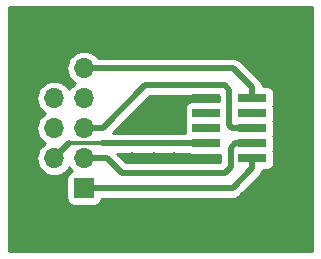
<source format=gbr>
G04 #@! TF.GenerationSoftware,KiCad,Pcbnew,(5.1.4)-1*
G04 #@! TF.CreationDate,2021-03-01T17:54:04+03:00*
G04 #@! TF.ProjectId,FPGA_Prog_Adapter,46504741-5f50-4726-9f67-5f4164617074,rev?*
G04 #@! TF.SameCoordinates,Original*
G04 #@! TF.FileFunction,Copper,L1,Top*
G04 #@! TF.FilePolarity,Positive*
%FSLAX46Y46*%
G04 Gerber Fmt 4.6, Leading zero omitted, Abs format (unit mm)*
G04 Created by KiCad (PCBNEW (5.1.4)-1) date 2021-03-01 17:54:04*
%MOMM*%
%LPD*%
G04 APERTURE LIST*
%ADD10R,2.400000X0.740000*%
%ADD11O,1.700000X1.700000*%
%ADD12R,1.700000X1.700000*%
%ADD13C,1.000000*%
%ADD14C,1.500000*%
%ADD15C,0.500000*%
%ADD16C,0.300000*%
%ADD17C,0.254000*%
G04 APERTURE END LIST*
D10*
X137260000Y-86450000D03*
X133360000Y-86450000D03*
X137260000Y-85180000D03*
X133360000Y-85180000D03*
X137260000Y-83910000D03*
X133360000Y-83910000D03*
X137260000Y-82640000D03*
X133360000Y-82640000D03*
X137260000Y-81370000D03*
X133360000Y-81370000D03*
D11*
X120460000Y-78840000D03*
X123000000Y-78840000D03*
X120460000Y-81380000D03*
X123000000Y-81380000D03*
X120460000Y-83920000D03*
X123000000Y-83920000D03*
X120460000Y-86460000D03*
X123000000Y-86460000D03*
X120460000Y-89000000D03*
D12*
X123000000Y-89000000D03*
D13*
X130600000Y-86400000D03*
D14*
X117974999Y-74974999D03*
X117974999Y-80974999D03*
X117974999Y-88974999D03*
X119974999Y-92974999D03*
X123974999Y-74974999D03*
X125974999Y-90974999D03*
X127974999Y-76974999D03*
X129974999Y-92974999D03*
X131974999Y-74974999D03*
X133974999Y-90974999D03*
X135974999Y-76974999D03*
X137974999Y-92974999D03*
X139974999Y-74974999D03*
X139974999Y-80974999D03*
X139974999Y-86974999D03*
D13*
X128900000Y-86400000D03*
X127100000Y-86400000D03*
X130600000Y-83800000D03*
X128900000Y-83800000D03*
X127100000Y-83800000D03*
X128900000Y-81700000D03*
X130600000Y-81700000D03*
D15*
X133360000Y-81370000D02*
X131130000Y-81370000D01*
X131130000Y-81370000D02*
X130600000Y-81900000D01*
X133360000Y-86450000D02*
X130650000Y-86450000D01*
X130650000Y-86450000D02*
X130600000Y-86500000D01*
X123000000Y-78840000D02*
X135640000Y-78840000D01*
X137260000Y-80460000D02*
X137260000Y-81370000D01*
X135640000Y-78840000D02*
X137260000Y-80460000D01*
X124580000Y-83920000D02*
X123000000Y-83920000D01*
X135560000Y-83910000D02*
X135300000Y-83650000D01*
X137260000Y-83910000D02*
X135560000Y-83910000D01*
X135300000Y-83650000D02*
X135300000Y-80700000D01*
X135300000Y-80700000D02*
X134900000Y-80300000D01*
X134900000Y-80300000D02*
X128200000Y-80300000D01*
X128200000Y-80300000D02*
X124580000Y-83920000D01*
X133360000Y-85180000D02*
X124480000Y-85180000D01*
X121309999Y-85610001D02*
X120460000Y-86460000D01*
D16*
X124480000Y-85180000D02*
X121740000Y-85180000D01*
D15*
X121740000Y-85180000D02*
X121309999Y-85610001D01*
X124960000Y-86460000D02*
X123000000Y-86460000D01*
X135820000Y-85180000D02*
X135400000Y-85600000D01*
X137260000Y-85180000D02*
X135820000Y-85180000D01*
X135400000Y-85600000D02*
X135400000Y-87200000D01*
X135400000Y-87200000D02*
X134900000Y-87700000D01*
X134900000Y-87700000D02*
X126200000Y-87700000D01*
X126200000Y-87700000D02*
X124960000Y-86460000D01*
X137260000Y-87320000D02*
X137260000Y-86450000D01*
X135580000Y-89000000D02*
X137260000Y-87320000D01*
X123000000Y-89000000D02*
X135580000Y-89000000D01*
D17*
G36*
X142340001Y-94340000D02*
G01*
X116660000Y-94340000D01*
X116660000Y-81380000D01*
X118967815Y-81380000D01*
X118996487Y-81671111D01*
X119081401Y-81951034D01*
X119219294Y-82209014D01*
X119404866Y-82435134D01*
X119630986Y-82620706D01*
X119685791Y-82650000D01*
X119630986Y-82679294D01*
X119404866Y-82864866D01*
X119219294Y-83090986D01*
X119081401Y-83348966D01*
X118996487Y-83628889D01*
X118967815Y-83920000D01*
X118996487Y-84211111D01*
X119081401Y-84491034D01*
X119219294Y-84749014D01*
X119404866Y-84975134D01*
X119630986Y-85160706D01*
X119685791Y-85190000D01*
X119630986Y-85219294D01*
X119404866Y-85404866D01*
X119219294Y-85630986D01*
X119081401Y-85888966D01*
X118996487Y-86168889D01*
X118967815Y-86460000D01*
X118996487Y-86751111D01*
X119081401Y-87031034D01*
X119219294Y-87289014D01*
X119404866Y-87515134D01*
X119630986Y-87700706D01*
X119888966Y-87838599D01*
X120168889Y-87923513D01*
X120387050Y-87945000D01*
X120532950Y-87945000D01*
X120751111Y-87923513D01*
X121031034Y-87838599D01*
X121289014Y-87700706D01*
X121515134Y-87515134D01*
X121700706Y-87289014D01*
X121730000Y-87234209D01*
X121759294Y-87289014D01*
X121944866Y-87515134D01*
X121974687Y-87539607D01*
X121905820Y-87560498D01*
X121795506Y-87619463D01*
X121698815Y-87698815D01*
X121619463Y-87795506D01*
X121560498Y-87905820D01*
X121524188Y-88025518D01*
X121511928Y-88150000D01*
X121511928Y-89850000D01*
X121524188Y-89974482D01*
X121560498Y-90094180D01*
X121619463Y-90204494D01*
X121698815Y-90301185D01*
X121795506Y-90380537D01*
X121905820Y-90439502D01*
X122025518Y-90475812D01*
X122150000Y-90488072D01*
X123850000Y-90488072D01*
X123974482Y-90475812D01*
X124094180Y-90439502D01*
X124204494Y-90380537D01*
X124301185Y-90301185D01*
X124380537Y-90204494D01*
X124439502Y-90094180D01*
X124475812Y-89974482D01*
X124484625Y-89885000D01*
X135536531Y-89885000D01*
X135580000Y-89889281D01*
X135623469Y-89885000D01*
X135623477Y-89885000D01*
X135753490Y-89872195D01*
X135920313Y-89821589D01*
X136074059Y-89739411D01*
X136208817Y-89628817D01*
X136236534Y-89595044D01*
X137855050Y-87976529D01*
X137888817Y-87948817D01*
X137999411Y-87814059D01*
X138081589Y-87660313D01*
X138132195Y-87493490D01*
X138135683Y-87458072D01*
X138460000Y-87458072D01*
X138584482Y-87445812D01*
X138704180Y-87409502D01*
X138814494Y-87350537D01*
X138911185Y-87271185D01*
X138990537Y-87174494D01*
X139049502Y-87064180D01*
X139085812Y-86944482D01*
X139098072Y-86820000D01*
X139098072Y-86080000D01*
X139085812Y-85955518D01*
X139049502Y-85835820D01*
X139038373Y-85815000D01*
X139049502Y-85794180D01*
X139085812Y-85674482D01*
X139098072Y-85550000D01*
X139098072Y-84810000D01*
X139085812Y-84685518D01*
X139049502Y-84565820D01*
X139038373Y-84545000D01*
X139049502Y-84524180D01*
X139085812Y-84404482D01*
X139098072Y-84280000D01*
X139098072Y-83540000D01*
X139085812Y-83415518D01*
X139049502Y-83295820D01*
X139038373Y-83275000D01*
X139049502Y-83254180D01*
X139085812Y-83134482D01*
X139098072Y-83010000D01*
X139098072Y-82270000D01*
X139085812Y-82145518D01*
X139049502Y-82025820D01*
X139038373Y-82005000D01*
X139049502Y-81984180D01*
X139085812Y-81864482D01*
X139098072Y-81740000D01*
X139098072Y-81000000D01*
X139085812Y-80875518D01*
X139049502Y-80755820D01*
X138990537Y-80645506D01*
X138911185Y-80548815D01*
X138814494Y-80469463D01*
X138704180Y-80410498D01*
X138584482Y-80374188D01*
X138460000Y-80361928D01*
X138139623Y-80361928D01*
X138132195Y-80286510D01*
X138081589Y-80119687D01*
X137999411Y-79965941D01*
X137941191Y-79895000D01*
X137916532Y-79864953D01*
X137916530Y-79864951D01*
X137888817Y-79831183D01*
X137855050Y-79803471D01*
X136296534Y-78244956D01*
X136268817Y-78211183D01*
X136134059Y-78100589D01*
X135980313Y-78018411D01*
X135813490Y-77967805D01*
X135683477Y-77955000D01*
X135683469Y-77955000D01*
X135640000Y-77950719D01*
X135596531Y-77955000D01*
X124194759Y-77955000D01*
X124055134Y-77784866D01*
X123829014Y-77599294D01*
X123571034Y-77461401D01*
X123291111Y-77376487D01*
X123072950Y-77355000D01*
X122927050Y-77355000D01*
X122708889Y-77376487D01*
X122428966Y-77461401D01*
X122170986Y-77599294D01*
X121944866Y-77784866D01*
X121759294Y-78010986D01*
X121621401Y-78268966D01*
X121536487Y-78548889D01*
X121507815Y-78840000D01*
X121536487Y-79131111D01*
X121621401Y-79411034D01*
X121759294Y-79669014D01*
X121944866Y-79895134D01*
X122170986Y-80080706D01*
X122225791Y-80110000D01*
X122170986Y-80139294D01*
X121944866Y-80324866D01*
X121759294Y-80550986D01*
X121730000Y-80605791D01*
X121700706Y-80550986D01*
X121515134Y-80324866D01*
X121289014Y-80139294D01*
X121031034Y-80001401D01*
X120751111Y-79916487D01*
X120532950Y-79895000D01*
X120387050Y-79895000D01*
X120168889Y-79916487D01*
X119888966Y-80001401D01*
X119630986Y-80139294D01*
X119404866Y-80324866D01*
X119219294Y-80550986D01*
X119081401Y-80808966D01*
X118996487Y-81088889D01*
X118967815Y-81380000D01*
X116660000Y-81380000D01*
X116660000Y-73660000D01*
X142340000Y-73660000D01*
X142340001Y-94340000D01*
X142340001Y-94340000D01*
G37*
X142340001Y-94340000D02*
X116660000Y-94340000D01*
X116660000Y-81380000D01*
X118967815Y-81380000D01*
X118996487Y-81671111D01*
X119081401Y-81951034D01*
X119219294Y-82209014D01*
X119404866Y-82435134D01*
X119630986Y-82620706D01*
X119685791Y-82650000D01*
X119630986Y-82679294D01*
X119404866Y-82864866D01*
X119219294Y-83090986D01*
X119081401Y-83348966D01*
X118996487Y-83628889D01*
X118967815Y-83920000D01*
X118996487Y-84211111D01*
X119081401Y-84491034D01*
X119219294Y-84749014D01*
X119404866Y-84975134D01*
X119630986Y-85160706D01*
X119685791Y-85190000D01*
X119630986Y-85219294D01*
X119404866Y-85404866D01*
X119219294Y-85630986D01*
X119081401Y-85888966D01*
X118996487Y-86168889D01*
X118967815Y-86460000D01*
X118996487Y-86751111D01*
X119081401Y-87031034D01*
X119219294Y-87289014D01*
X119404866Y-87515134D01*
X119630986Y-87700706D01*
X119888966Y-87838599D01*
X120168889Y-87923513D01*
X120387050Y-87945000D01*
X120532950Y-87945000D01*
X120751111Y-87923513D01*
X121031034Y-87838599D01*
X121289014Y-87700706D01*
X121515134Y-87515134D01*
X121700706Y-87289014D01*
X121730000Y-87234209D01*
X121759294Y-87289014D01*
X121944866Y-87515134D01*
X121974687Y-87539607D01*
X121905820Y-87560498D01*
X121795506Y-87619463D01*
X121698815Y-87698815D01*
X121619463Y-87795506D01*
X121560498Y-87905820D01*
X121524188Y-88025518D01*
X121511928Y-88150000D01*
X121511928Y-89850000D01*
X121524188Y-89974482D01*
X121560498Y-90094180D01*
X121619463Y-90204494D01*
X121698815Y-90301185D01*
X121795506Y-90380537D01*
X121905820Y-90439502D01*
X122025518Y-90475812D01*
X122150000Y-90488072D01*
X123850000Y-90488072D01*
X123974482Y-90475812D01*
X124094180Y-90439502D01*
X124204494Y-90380537D01*
X124301185Y-90301185D01*
X124380537Y-90204494D01*
X124439502Y-90094180D01*
X124475812Y-89974482D01*
X124484625Y-89885000D01*
X135536531Y-89885000D01*
X135580000Y-89889281D01*
X135623469Y-89885000D01*
X135623477Y-89885000D01*
X135753490Y-89872195D01*
X135920313Y-89821589D01*
X136074059Y-89739411D01*
X136208817Y-89628817D01*
X136236534Y-89595044D01*
X137855050Y-87976529D01*
X137888817Y-87948817D01*
X137999411Y-87814059D01*
X138081589Y-87660313D01*
X138132195Y-87493490D01*
X138135683Y-87458072D01*
X138460000Y-87458072D01*
X138584482Y-87445812D01*
X138704180Y-87409502D01*
X138814494Y-87350537D01*
X138911185Y-87271185D01*
X138990537Y-87174494D01*
X139049502Y-87064180D01*
X139085812Y-86944482D01*
X139098072Y-86820000D01*
X139098072Y-86080000D01*
X139085812Y-85955518D01*
X139049502Y-85835820D01*
X139038373Y-85815000D01*
X139049502Y-85794180D01*
X139085812Y-85674482D01*
X139098072Y-85550000D01*
X139098072Y-84810000D01*
X139085812Y-84685518D01*
X139049502Y-84565820D01*
X139038373Y-84545000D01*
X139049502Y-84524180D01*
X139085812Y-84404482D01*
X139098072Y-84280000D01*
X139098072Y-83540000D01*
X139085812Y-83415518D01*
X139049502Y-83295820D01*
X139038373Y-83275000D01*
X139049502Y-83254180D01*
X139085812Y-83134482D01*
X139098072Y-83010000D01*
X139098072Y-82270000D01*
X139085812Y-82145518D01*
X139049502Y-82025820D01*
X139038373Y-82005000D01*
X139049502Y-81984180D01*
X139085812Y-81864482D01*
X139098072Y-81740000D01*
X139098072Y-81000000D01*
X139085812Y-80875518D01*
X139049502Y-80755820D01*
X138990537Y-80645506D01*
X138911185Y-80548815D01*
X138814494Y-80469463D01*
X138704180Y-80410498D01*
X138584482Y-80374188D01*
X138460000Y-80361928D01*
X138139623Y-80361928D01*
X138132195Y-80286510D01*
X138081589Y-80119687D01*
X137999411Y-79965941D01*
X137941191Y-79895000D01*
X137916532Y-79864953D01*
X137916530Y-79864951D01*
X137888817Y-79831183D01*
X137855050Y-79803471D01*
X136296534Y-78244956D01*
X136268817Y-78211183D01*
X136134059Y-78100589D01*
X135980313Y-78018411D01*
X135813490Y-77967805D01*
X135683477Y-77955000D01*
X135683469Y-77955000D01*
X135640000Y-77950719D01*
X135596531Y-77955000D01*
X124194759Y-77955000D01*
X124055134Y-77784866D01*
X123829014Y-77599294D01*
X123571034Y-77461401D01*
X123291111Y-77376487D01*
X123072950Y-77355000D01*
X122927050Y-77355000D01*
X122708889Y-77376487D01*
X122428966Y-77461401D01*
X122170986Y-77599294D01*
X121944866Y-77784866D01*
X121759294Y-78010986D01*
X121621401Y-78268966D01*
X121536487Y-78548889D01*
X121507815Y-78840000D01*
X121536487Y-79131111D01*
X121621401Y-79411034D01*
X121759294Y-79669014D01*
X121944866Y-79895134D01*
X122170986Y-80080706D01*
X122225791Y-80110000D01*
X122170986Y-80139294D01*
X121944866Y-80324866D01*
X121759294Y-80550986D01*
X121730000Y-80605791D01*
X121700706Y-80550986D01*
X121515134Y-80324866D01*
X121289014Y-80139294D01*
X121031034Y-80001401D01*
X120751111Y-79916487D01*
X120532950Y-79895000D01*
X120387050Y-79895000D01*
X120168889Y-79916487D01*
X119888966Y-80001401D01*
X119630986Y-80139294D01*
X119404866Y-80324866D01*
X119219294Y-80550986D01*
X119081401Y-80808966D01*
X118996487Y-81088889D01*
X118967815Y-81380000D01*
X116660000Y-81380000D01*
X116660000Y-73660000D01*
X142340000Y-73660000D01*
X142340001Y-94340000D01*
G36*
X131805506Y-86080537D02*
G01*
X131915820Y-86139502D01*
X132035518Y-86175812D01*
X132160000Y-86188072D01*
X134515000Y-86188072D01*
X134515001Y-86815000D01*
X126566579Y-86815000D01*
X125816578Y-86065000D01*
X131786574Y-86065000D01*
X131805506Y-86080537D01*
X131805506Y-86080537D01*
G37*
X131805506Y-86080537D02*
X131915820Y-86139502D01*
X132035518Y-86175812D01*
X132160000Y-86188072D01*
X134515000Y-86188072D01*
X134515001Y-86815000D01*
X126566579Y-86815000D01*
X125816578Y-86065000D01*
X131786574Y-86065000D01*
X131805506Y-86080537D01*
G36*
X134415001Y-81631928D02*
G01*
X132160000Y-81631928D01*
X132035518Y-81644188D01*
X131915820Y-81680498D01*
X131805506Y-81739463D01*
X131708815Y-81818815D01*
X131629463Y-81915506D01*
X131570498Y-82025820D01*
X131534188Y-82145518D01*
X131521928Y-82270000D01*
X131521928Y-83010000D01*
X131534188Y-83134482D01*
X131570498Y-83254180D01*
X131581627Y-83275000D01*
X131570498Y-83295820D01*
X131534188Y-83415518D01*
X131521928Y-83540000D01*
X131521928Y-84280000D01*
X131523405Y-84295000D01*
X125456578Y-84295000D01*
X128566579Y-81185000D01*
X134415001Y-81185000D01*
X134415001Y-81631928D01*
X134415001Y-81631928D01*
G37*
X134415001Y-81631928D02*
X132160000Y-81631928D01*
X132035518Y-81644188D01*
X131915820Y-81680498D01*
X131805506Y-81739463D01*
X131708815Y-81818815D01*
X131629463Y-81915506D01*
X131570498Y-82025820D01*
X131534188Y-82145518D01*
X131521928Y-82270000D01*
X131521928Y-83010000D01*
X131534188Y-83134482D01*
X131570498Y-83254180D01*
X131581627Y-83275000D01*
X131570498Y-83295820D01*
X131534188Y-83415518D01*
X131521928Y-83540000D01*
X131521928Y-84280000D01*
X131523405Y-84295000D01*
X125456578Y-84295000D01*
X128566579Y-81185000D01*
X134415001Y-81185000D01*
X134415001Y-81631928D01*
M02*

</source>
